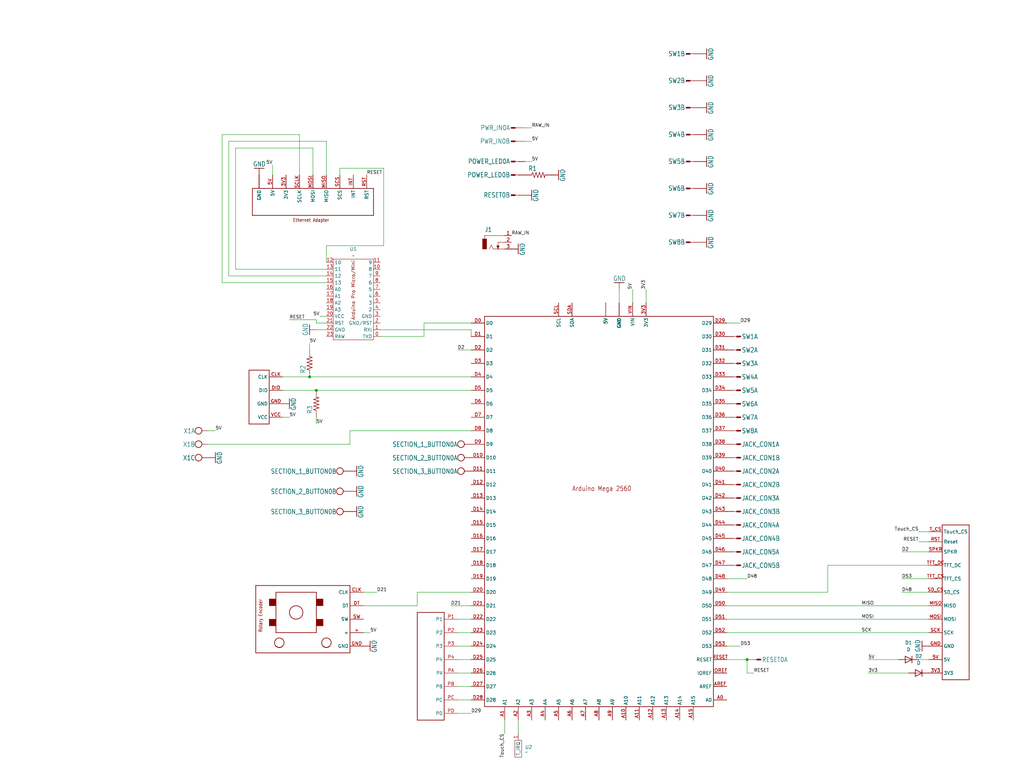
<source format=kicad_sch>
(kicad_sch (version 20231120) (generator "eeschema") (generator_version "8.0")
  (paper "User" 386.486 292.024)
  (lib_symbols
    (symbol "Device:D" (pin_numbers hide) (pin_names (offset 1.016) hide)
      (property "Reference" "D" (at 0 2.54 0))
      (property "Value" "D" (at 0 -2.54 0))
      (symbol "D_0_1"
        (polyline (pts (xy -1.27 1.27) (xy -1.27 -1.27)) (stroke (width 0.254)))
        (polyline (pts (xy 1.27 0) (xy -1.27 0)))
        (polyline (pts (xy 1.27 1.27) (xy 1.27 -1.27) (xy -1.27 0) (xy 1.27 1.27)) (stroke (width 0.254)))
      )
      (symbol "D_1_1"
        (pin passive line (at -3.81 0 0) (length 2.54) (name "K") (number "1"))
        (pin passive line (at 3.81 0 180) (length 2.54) (name "A") (number "2"))
      )
    )
    (symbol "Subsystem Main Extra Symbols:Arduino_pro_Micro/Mini"
      (property "Reference" "U" (at 0 17.018 0))
      (symbol "Arduino_pro_Micro/Mini_0_1"
        (rectangle (start -7.62 15.24) (end 7.62 -15.24))
      )
      (symbol "Arduino_pro_Micro/Mini_1_1"
        (text "Arduino Pro Micro/Mini\n" (at 0 -3.556 900) (effects (font (size 1.27 1.27))))
        (pin bidirectional line (at -10.16 13.97 0) (length 2.54) (name "TXD") (number "0"))
        (pin bidirectional line (at -10.16 11.43 0) (length 2.54) (name "RXI") (number "1"))
        (pin bidirectional line (at -10.16 -11.43 0) (length 2.54) (name "8") (number "10"))
        (pin bidirectional line (at -10.16 -13.97 0) (length 2.54) (name "9") (number "11"))
        (pin bidirectional line (at 10.16 -13.97 180) (length 2.54) (name "10") (number "12"))
        (pin bidirectional line (at 10.16 -11.43 180) (length 2.54) (name "11") (number "13"))
        (pin bidirectional line (at 10.16 -8.89 180) (length 2.54) (name "12") (number "14"))
        (pin bidirectional line (at 10.16 -6.35 180) (length 2.54) (name "13") (number "15"))
        (pin bidirectional line (at 10.16 -3.81 180) (length 2.54) (name "A0") (number "16"))
        (pin bidirectional line (at 10.16 -1.27 180) (length 2.54) (name "A1") (number "17"))
        (pin bidirectional line (at 10.16 1.27 180) (length 2.54) (name "A2") (number "18"))
        (pin bidirectional line (at 10.16 3.81 180) (length 2.54) (name "A3") (number "19"))
        (pin input line (at -10.16 8.89 0) (length 2.54) (name "GND/RST") (number "2"))
        (pin power_out line (at 10.16 6.35 180) (length 2.54) (name "VCC") (number "20"))
        (pin input line (at 10.16 8.89 180) (length 2.54) (name "RST") (number "21"))
        (pin power_in line (at 10.16 11.43 180) (length 2.54) (name "GND") (number "22"))
        (pin power_in line (at 10.16 13.97 180) (length 2.54) (name "RAW") (number "23"))
        (pin power_in line (at -10.16 6.35 0) (length 2.54) (name "GND") (number "3"))
        (pin bidirectional line (at -10.16 3.81 0) (length 2.54) (name "2") (number "4"))
        (pin bidirectional line (at -10.16 1.27 0) (length 2.54) (name "3") (number "5"))
        (pin bidirectional line (at -10.16 -1.27 0) (length 2.54) (name "4") (number "6"))
        (pin bidirectional line (at -10.16 -3.81 0) (length 2.54) (name "5") (number "7"))
        (pin bidirectional line (at -10.16 -6.35 0) (length 2.54) (name "6") (number "8"))
        (pin bidirectional line (at -10.16 -8.89 0) (length 2.54) (name "7") (number "9"))
      )
    )
    (symbol "Subsystem Main Extra Symbols:SPI_HEADER_WITH_RESET"
      (symbol "SPI_HEADER_WITH_RESET_1_0"
        (polyline (pts (xy -30.48 -5.08) (xy 27.94 -5.08)) (stroke (width 0.254)))
        (polyline (pts (xy -30.48 5.08) (xy -30.48 -5.08)) (stroke (width 0.254)))
        (polyline (pts (xy -30.48 5.08) (xy 27.94 5.08)) (stroke (width 0.254)))
        (polyline (pts (xy 27.94 5.08) (xy 27.94 -5.08)) (stroke (width 0.254)))
        (pin power_in line (at -27.94 10.16 270) (length 5.08) (name "3V3") (number "3V3"))
        (pin power_in line (at -22.86 10.16 270) (length 5.08) (name "5V") (number "5V"))
        (pin power_in line (at -17.78 10.16 270) (length 5.08) (name "GND") (number "GND"))
        (pin bidirectional line (at -2.54 10.16 270) (length 5.08) (name "MISO") (number "MISO"))
        (pin bidirectional line (at -7.62 10.16 270) (length 5.08) (name "MOSI") (number "MOSI"))
        (pin bidirectional line (at 21.59 10.16 270) (length 5.08) (name "Reset") (number "RST"))
        (pin bidirectional line (at -12.7 10.16 270) (length 5.08) (name "SCK") (number "SCK"))
        (pin bidirectional line (at 2.54 10.16 270) (length 5.08) (name "SD_CS") (number "SD_CS"))
        (pin bidirectional line (at 17.78 10.16 270) (length 5.08) (name "SPKR") (number "SPKR"))
        (pin bidirectional line (at 7.62 10.16 270) (length 5.08) (name "TFT_CS") (number "TFT_CS"))
        (pin bidirectional line (at 12.7 10.16 270) (length 5.08) (name "TFT_DC") (number "TFT_DC"))
        (pin bidirectional line (at 25.4 10.16 270) (length 5.08) (name "Touch_CS") (number "T_CS"))
      )
    )
    (symbol "Subsystem Main Extra Symbols:T_irq"
      (property "Reference" "U" (at 0 2.54 0))
      (symbol "T_irq_0_1"
        (rectangle (start 0 1.27) (end 6.35 -1.27))
      )
      (symbol "T_irq_1_1"
        (pin bidirectional line (at -2.54 0 0) (length 2.54) (name "T_IRQ") (number "1"))
      )
    )
    (symbol "main-eagle-import:7_SEG_DISPLAY"
      (symbol "7_SEG_DISPLAY_1_0"
        (polyline (pts (xy -10.16 -5.08) (xy -10.16 2.54)) (stroke (width 0.254)))
        (polyline (pts (xy -10.16 2.54) (xy 10.16 2.54)) (stroke (width 0.254)))
        (polyline (pts (xy 10.16 -5.08) (xy -10.16 -5.08)) (stroke (width 0.254)))
        (polyline (pts (xy 10.16 2.54) (xy 10.16 -5.08)) (stroke (width 0.254)))
        (pin bidirectional line (at -7.62 7.62 270) (length 5.08) (name "CLK") (number "CLK"))
        (pin bidirectional line (at -2.54 7.62 270) (length 5.08) (name "DIO") (number "DIO"))
        (pin bidirectional line (at 2.54 7.62 270) (length 5.08) (name "GND") (number "GND"))
        (pin bidirectional line (at 7.62 7.62 270) (length 5.08) (name "VCC") (number "VCC"))
      )
    )
    (symbol "main-eagle-import:ARDUINO_MEGAMIRROR"
      (symbol "ARDUINO_MEGAMIRROR_1_0"
        (polyline (pts (xy -43.18 -76.2) (xy 43.18 -76.2)) (stroke (width 0.254)))
        (polyline (pts (xy -43.18 71.12) (xy -43.18 -76.2)) (stroke (width 0.254)))
        (polyline (pts (xy 43.18 -76.2) (xy 43.18 71.12)) (stroke (width 0.254)))
        (polyline (pts (xy 43.18 71.12) (xy -43.18 71.12)) (stroke (width 0.254)))
        (text "Arduino Mega 2560" (at -10.16 5.08 0) (effects (font (size 1.778 1.5113)) (justify left bottom)))
        (pin power_in line (at 17.78 76.2 270) (length 5.08) (name "3V3") (number "3V3"))
        (pin power_in line (at 2.54 76.2 270) (length 5.08) (name "5V") (number "5V@1"))
        (pin power_in line (at 2.54 76.2 270) (length 5.08) (name "5V") (number "5V@2"))
        (pin power_in line (at 2.54 76.2 270) (length 5.08) (name "5V") (number "5V@3"))
        (pin bidirectional line (at 48.26 -73.66 180) (length 5.08) (name "A0") (number "A0"))
        (pin bidirectional line (at -35.56 -81.28 90) (length 5.08) (name "A1") (number "A1"))
        (pin bidirectional line (at 10.16 -81.28 90) (length 5.08) (name "A10") (number "A10"))
        (pin bidirectional line (at 15.24 -81.28 90) (length 5.08) (name "A11") (number "A11"))
        (pin bidirectional line (at 20.32 -81.28 90) (length 5.08) (name "A12") (number "A12"))
        (pin bidirectional line (at 25.4 -81.28 90) (length 5.08) (name "A13") (number "A13"))
        (pin bidirectional line (at 30.48 -81.28 90) (length 5.08) (name "A14") (number "A14"))
        (pin bidirectional line (at 35.56 -81.28 90) (length 5.08) (name "A15") (number "A15"))
        (pin bidirectional line (at -30.48 -81.28 90) (length 5.08) (name "A2") (number "A2"))
        (pin bidirectional line (at -25.4 -81.28 90) (length 5.08) (name "A3") (number "A3"))
        (pin bidirectional line (at -20.32 -81.28 90) (length 5.08) (name "A4") (number "A4"))
        (pin bidirectional line (at -15.24 -81.28 90) (length 5.08) (name "A5") (number "A5"))
        (pin bidirectional line (at -10.16 -81.28 90) (length 5.08) (name "A6") (number "A6"))
        (pin bidirectional line (at -5.08 -81.28 90) (length 5.08) (name "A7") (number "A7"))
        (pin bidirectional line (at 0 -81.28 90) (length 5.08) (name "A8") (number "A8"))
        (pin bidirectional line (at 5.08 -81.28 90) (length 5.08) (name "A9") (number "A9"))
        (pin bidirectional line (at 48.26 -68.58 180) (length 5.08) (name "AREF") (number "AREF"))
        (pin bidirectional line (at -48.26 68.58 0) (length 5.08) (name "D0") (number "D0"))
        (pin bidirectional line (at -48.26 63.5 0) (length 5.08) (name "D1") (number "D1"))
        (pin bidirectional line (at -48.26 17.78 0) (length 5.08) (name "D10") (number "D10"))
        (pin bidirectional line (at -48.26 12.7 0) (length 5.08) (name "D11") (number "D11"))
        (pin bidirectional line (at -48.26 7.62 0) (length 5.08) (name "D12") (number "D12"))
        (pin bidirectional line (at -48.26 2.54 0) (length 5.08) (name "D13") (number "D13"))
        (pin bidirectional line (at -48.26 -2.54 0) (length 5.08) (name "D14") (number "D14"))
        (pin bidirectional line (at -48.26 -7.62 0) (length 5.08) (name "D15") (number "D15"))
        (pin bidirectional line (at -48.26 -12.7 0) (length 5.08) (name "D16") (number "D16"))
        (pin bidirectional line (at -48.26 -17.78 0) (length 5.08) (name "D17") (number "D17"))
        (pin bidirectional line (at -48.26 -22.86 0) (length 5.08) (name "D18") (number "D18"))
        (pin bidirectional line (at -48.26 -27.94 0) (length 5.08) (name "D19") (number "D19"))
        (pin bidirectional line (at -48.26 58.42 0) (length 5.08) (name "D2") (number "D2"))
        (pin bidirectional line (at -48.26 -33.02 0) (length 5.08) (name "D20") (number "D20"))
        (pin bidirectional line (at -48.26 -38.1 0) (length 5.08) (name "D21") (number "D21"))
        (pin bidirectional line (at -48.26 -43.18 0) (length 5.08) (name "D22") (number "D22"))
        (pin bidirectional line (at -48.26 -48.26 0) (length 5.08) (name "D23") (number "D23"))
        (pin bidirectional line (at -48.26 -53.34 0) (length 5.08) (name "D24") (number "D24"))
        (pin bidirectional line (at -48.26 -58.42 0) (length 5.08) (name "D25") (number "D25"))
        (pin bidirectional line (at -48.26 -63.5 0) (length 5.08) (name "D26") (number "D26"))
        (pin bidirectional line (at -48.26 -68.58 0) (length 5.08) (name "D27") (number "D27"))
        (pin bidirectional line (at -48.26 -73.66 0) (length 5.08) (name "D28") (number "D28"))
        (pin bidirectional line (at 48.26 68.58 180) (length 5.08) (name "D29") (number "D29"))
        (pin bidirectional line (at -48.26 53.34 0) (length 5.08) (name "D3") (number "D3"))
        (pin bidirectional line (at 48.26 63.5 180) (length 5.08) (name "D30") (number "D30"))
        (pin bidirectional line (at 48.26 58.42 180) (length 5.08) (name "D31") (number "D31"))
        (pin bidirectional line (at 48.26 53.34 180) (length 5.08) (name "D32") (number "D32"))
        (pin bidirectional line (at 48.26 48.26 180) (length 5.08) (name "D33") (number "D33"))
        (pin bidirectional line (at 48.26 43.18 180) (length 5.08) (name "D34") (number "D34"))
        (pin bidirectional line (at 48.26 38.1 180) (length 5.08) (name "D35") (number "D35"))
        (pin bidirectional line (at 48.26 33.02 180) (length 5.08) (name "D36") (number "D36"))
        (pin bidirectional line (at 48.26 27.94 180) (length 5.08) (name "D37") (number "D37"))
        (pin bidirectional line (at 48.26 22.86 180) (length 5.08) (name "D38") (number "D38"))
        (pin bidirectional line (at 48.26 17.78 180) (length 5.08) (name "D39") (number "D39"))
        (pin bidirectional line (at -48.26 48.26 0) (length 5.08) (name "D4") (number "D4"))
        (pin bidirectional line (at 48.26 12.7 180) (length 5.08) (name "D40") (number "D40"))
        (pin bidirectional line (at 48.26 7.62 180) (length 5.08) (name "D41") (number "D41"))
        (pin bidirectional line (at 48.26 2.54 180) (length 5.08) (name "D42") (number "D42"))
        (pin bidirectional line (at 48.26 -2.54 180) (length 5.08) (name "D43") (number "D43"))
        (pin bidirectional line (at 48.26 -7.62 180) (length 5.08) (name "D44") (number "D44"))
        (pin bidirectional line (at 48.26 -12.7 180) (length 5.08) (name "D45") (number "D45"))
        (pin bidirectional line (at 48.26 -17.78 180) (length 5.08) (name "D46") (number "D46"))
        (pin bidirectional line (at 48.26 -22.86 180) (length 5.08) (name "D47") (number "D47"))
        (pin bidirectional line (at 48.26 -27.94 180) (length 5.08) (name "D48") (number "D48"))
        (pin bidirectional line (at 48.26 -33.02 180) (length 5.08) (name "D49") (number "D49"))
        (pin bidirectional line (at -48.26 43.18 0) (length 5.08) (name "D5") (number "D5"))
        (pin bidirectional line (at 48.26 -38.1 180) (length 5.08) (name "D50") (number "D50"))
        (pin bidirectional line (at 48.26 -43.18 180) (length 5.08) (name "D51") (number "D51"))
        (pin bidirectional line (at 48.26 -48.26 180) (length 5.08) (name "D52") (number "D52"))
        (pin bidirectional line (at 48.26 -53.34 180) (length 5.08) (name "D53") (number "D53"))
        (pin bidirectional line (at -48.26 38.1 0) (length 5.08) (name "D6") (number "D6"))
        (pin bidirectional line (at -48.26 33.02 0) (length 5.08) (name "D7") (number "D7"))
        (pin bidirectional line (at -48.26 27.94 0) (length 5.08) (name "D8") (number "D8"))
        (pin bidirectional line (at -48.26 22.86 0) (length 5.08) (name "D9") (number "D9"))
        (pin power_in line (at 7.62 76.2 270) (length 5.08) (name "GND") (number "GND@1"))
        (pin power_in line (at 7.62 76.2 270) (length 5.08) (name "GND") (number "GND@2"))
        (pin power_in line (at 7.62 76.2 270) (length 5.08) (name "GND") (number "GND@3"))
        (pin power_in line (at 7.62 76.2 270) (length 5.08) (name "GND") (number "GND@4"))
        (pin power_in line (at 7.62 76.2 270) (length 5.08) (name "GND") (number "GND@5"))
        (pin bidirectional line (at 48.26 -63.5 180) (length 5.08) (name "IOREF") (number "IOREF"))
        (pin bidirectional line (at 48.26 -58.42 180) (length 5.08) (name "RESET") (number "RESET"))
        (pin bidirectional line (at -15.24 76.2 270) (length 5.08) (name "SCL") (number "SCL"))
        (pin bidirectional line (at -10.16 76.2 270) (length 5.08) (name "SDA") (number "SDA"))
        (pin power_in line (at 12.7 76.2 270) (length 5.08) (name "VIN") (number "VIN"))
      )
    )
    (symbol "main-eagle-import:BUTTON_GRID_HEADER"
      (symbol "BUTTON_GRID_HEADER_1_0"
        (polyline (pts (xy -20.32 -5.08) (xy -20.32 5.08)) (stroke (width 0.254)))
        (polyline (pts (xy -20.32 5.08) (xy 20.32 5.08)) (stroke (width 0.254)))
        (polyline (pts (xy 20.32 -5.08) (xy -20.32 -5.08)) (stroke (width 0.254)))
        (polyline (pts (xy 20.32 5.08) (xy 20.32 -5.08)) (stroke (width 0.254)))
        (pin bidirectional line (at -17.78 10.16 270) (length 5.08) (name "P1") (number "P1"))
        (pin bidirectional line (at -12.7 10.16 270) (length 5.08) (name "P2") (number "P2"))
        (pin bidirectional line (at -7.62 10.16 270) (length 5.08) (name "P3") (number "P3"))
        (pin bidirectional line (at -2.54 10.16 270) (length 5.08) (name "P4") (number "P4"))
        (pin bidirectional line (at 2.54 10.16 270) (length 5.08) (name "PA") (number "PA"))
        (pin bidirectional line (at 7.62 10.16 270) (length 5.08) (name "PB") (number "PB"))
        (pin bidirectional line (at 12.7 10.16 270) (length 5.08) (name "PC") (number "PC"))
        (pin bidirectional line (at 17.78 10.16 270) (length 5.08) (name "PD") (number "PD"))
      )
    )
    (symbol "main-eagle-import:DCJ0303"
      (property "Reference" "J" (at -2.54 3.81 0))
      (symbol "DCJ0303_1_0"
        (rectangle (start -3.302 -2.54) (end -1.778 1.27) (fill (type outline)))
        (polyline (pts (xy -2.54 2.54) (xy -2.54 1.27)) (stroke (width 0.1524)))
        (polyline (pts (xy 0 -1.016) (xy -0.762 -2.54)) (stroke (width 0.1524)))
        (polyline (pts (xy 0.762 -2.54) (xy 0 -1.016)) (stroke (width 0.1524)))
        (polyline (pts (xy 2.54 -2.54) (xy 0.762 -2.54)) (stroke (width 0.1524)))
        (polyline (pts (xy 2.54 0) (xy 2.54 -2.54)) (stroke (width 0.1524)))
        (polyline (pts (xy 5.08 -2.54) (xy 2.54 -2.54)) (stroke (width 0.1524)))
        (polyline (pts (xy 5.08 0) (xy 2.54 0)) (stroke (width 0.1524)))
        (polyline (pts (xy 5.08 2.54) (xy -2.54 2.54)) (stroke (width 0.1524)))
        (polyline (pts (xy 2.54 -2.54) (xy 2.032 -1.27) (xy 3.048 -1.27)) (stroke (width 0.1524)) (fill (type outline)))
        (pin passive line (at 7.62 2.54 180) (length 2.54) (name "1") (number "1"))
        (pin passive line (at 7.62 0 180) (length 2.54) (name "2") (number "2"))
        (pin passive line (at 7.62 -2.54 180) (length 2.54) (name "3") (number "3"))
      )
    )
    (symbol "main-eagle-import:ETHERNET_ADAPTER"
      (symbol "ETHERNET_ADAPTER_1_0"
        (polyline (pts (xy -22.86 -5.08) (xy -22.86 5.08)) (stroke (width 0.254)))
        (polyline (pts (xy -22.86 5.08) (xy 22.86 5.08)) (stroke (width 0.254)))
        (polyline (pts (xy 22.86 -5.08) (xy -22.86 -5.08)) (stroke (width 0.254)))
        (polyline (pts (xy 22.86 5.08) (xy 22.86 -5.08)) (stroke (width 0.254)))
        (text "Ethernet Adapter" (at -7.62 -7.62 0) (effects (font (size 1.27 1.0795)) (justify left bottom)))
        (pin bidirectional line (at -10.16 10.16 270) (length 5.08) (name "3V3") (number "3V3"))
        (pin bidirectional line (at -15.24 10.16 270) (length 5.08) (name "5V") (number "5V"))
        (pin bidirectional line (at -20.32 10.16 270) (length 5.08) (name "GND") (number "GND@1"))
        (pin bidirectional line (at -20.32 10.16 270) (length 5.08) (name "GND") (number "GND@2"))
        (pin bidirectional line (at 15.24 10.16 270) (length 5.08) (name "INT") (number "INT"))
        (pin bidirectional line (at 5.08 10.16 270) (length 5.08) (name "MISO") (number "MISO"))
        (pin bidirectional line (at 0 10.16 270) (length 5.08) (name "MOSI") (number "MOSI"))
        (pin bidirectional line (at 20.32 10.16 270) (length 5.08) (name "RST") (number "RST"))
        (pin bidirectional line (at -5.08 10.16 270) (length 5.08) (name "SCLK") (number "SCLK"))
        (pin bidirectional line (at 10.16 10.16 270) (length 5.08) (name "SCS") (number "SCS"))
      )
    )
    (symbol "main-eagle-import:FLIPFLOP-RES"
      (property "Reference" "R" (at -3.81 1.4986 0))
      (symbol "FLIPFLOP-RES_1_0"
        (polyline (pts (xy -2.54 0) (xy -2.159 1.016)) (stroke (width 0.2032)))
        (polyline (pts (xy -2.159 1.016) (xy -1.524 -1.016)) (stroke (width 0.2032)))
        (polyline (pts (xy -1.524 -1.016) (xy -0.889 1.016)) (stroke (width 0.2032)))
        (polyline (pts (xy -0.889 1.016) (xy -0.254 -1.016)) (stroke (width 0.2032)))
        (polyline (pts (xy -0.254 -1.016) (xy 0.381 1.016)) (stroke (width 0.2032)))
        (polyline (pts (xy 0.381 1.016) (xy 1.016 -1.016)) (stroke (width 0.2032)))
        (polyline (pts (xy 1.016 -1.016) (xy 1.651 1.016)) (stroke (width 0.2032)))
        (polyline (pts (xy 1.651 1.016) (xy 2.286 -1.016)) (stroke (width 0.2032)))
        (polyline (pts (xy 2.286 -1.016) (xy 2.54 0)) (stroke (width 0.2032)))
        (pin passive line (at -5.08 0 0) (length 2.54) (name "1") (number "1"))
        (pin passive line (at 5.08 0 180) (length 2.54) (name "2") (number "2"))
      )
    )
    (symbol "main-eagle-import:GND" (power)
      (symbol "GND_1_0"
        (polyline (pts (xy -1.905 0) (xy 1.905 0)) (stroke (width 0.254)))
        (pin power_in line (at 0 2.54 270) (length 2.54) (name "GND") (number "1"))
      )
    )
    (symbol "main-eagle-import:L02P"
      (property "Reference" "SV" (at -0.508 1.016 0))
      (symbol "L02P_1_0"
        (polyline (pts (xy 0 0) (xy 1.27 0)) (stroke (width 0.6096)))
        (polyline (pts (xy 1.27 0) (xy 2.54 0)) (stroke (width 0.1524)))
        (pin passive line (at 5.08 0 180) (length 2.54) (name "S") (number "1"))
      )
      (symbol "L02P_2_0"
        (polyline (pts (xy 0 0) (xy 1.27 0)) (stroke (width 0.6096)))
        (polyline (pts (xy 1.27 0) (xy 2.54 0)) (stroke (width 0.1524)))
        (pin passive line (at 5.08 0 180) (length 2.54) (name "S") (number "2"))
      )
    )
    (symbol "main-eagle-import:ROTARY_ENCODER"
      (symbol "ROTARY_ENCODER_1_0"
        (rectangle (start -7.62 -12.7) (end -5.08 -10.16) (fill (type outline)))
        (rectangle (start -7.62 5.08) (end -5.08 7.62) (fill (type outline)))
        (circle (center -2.54 -2.54) (radius 2.54) (stroke (width 0.254)))
        (rectangle (start 0 -12.7) (end 2.54 -10.16) (fill (type outline)))
        (polyline (pts (xy -12.7 -17.78) (xy 12.7 -17.78)) (stroke (width 0.254)))
        (polyline (pts (xy -12.7 17.78) (xy -12.7 -17.78)) (stroke (width 0.254)))
        (polyline (pts (xy -10.16 -10.16) (xy -10.16 5.08)) (stroke (width 0.254)))
        (polyline (pts (xy -10.16 5.08) (xy 5.08 5.08)) (stroke (width 0.254)))
        (polyline (pts (xy 5.08 -10.16) (xy -10.16 -10.16)) (stroke (width 0.254)))
        (polyline (pts (xy 5.08 5.08) (xy 5.08 -10.16)) (stroke (width 0.254)))
        (polyline (pts (xy 12.7 -17.78) (xy 12.7 17.78)) (stroke (width 0.254)))
        (polyline (pts (xy 12.7 17.78) (xy -12.7 17.78)) (stroke (width 0.254)))
        (rectangle (start 0 5.08) (end 2.54 7.62) (fill (type outline)))
        (arc (start 7.62 -7.62) (mid 7.62 -10.16) (end 10.16 -10.16) (stroke (width 0.254)))
        (arc (start 7.62 10.16) (mid 7.62 7.62) (end 10.16 7.62) (stroke (width 0.254)))
        (arc (start 10.16 -10.16) (mid 10.16 -7.62) (end 7.62 -7.62) (stroke (width 0.254)))
        (arc (start 10.16 -10.16) (mid 10.6861 -8.89) (end 10.16 -7.62) (stroke (width 0.254)))
        (arc (start 10.16 7.62) (mid 10.16 10.16) (end 7.62 10.16) (stroke (width 0.254)))
        (arc (start 10.16 7.62) (mid 10.6861 8.89) (end 10.16 10.16) (stroke (width 0.254)))
        (text "Rotary Encoder" (at -7.62 -15.24 0) (effects (font (size 1.27 1.0795)) (justify left bottom)))
        (pin power_in line (at 5.08 22.86 270) (length 5.08) (name "+") (number "+"))
        (pin bidirectional line (at -10.16 22.86 270) (length 5.08) (name "CLK") (number "CLK"))
        (pin bidirectional line (at -5.08 22.86 270) (length 5.08) (name "DT") (number "DT"))
        (pin power_in line (at 10.16 22.86 270) (length 5.08) (name "GND") (number "GND"))
        (pin bidirectional line (at 0 22.86 270) (length 5.08) (name "SW") (number "SW"))
      )
    )
    (symbol "main-eagle-import:W237-102"
      (property "Reference" "X" (at 0 0.889 0))
      (symbol "W237-102_1_0"
        (circle (center 1.27 0) (radius 1.27) (stroke (width 0.254)))
        (pin passive line (at 5.08 0 180) (length 2.54) (name "KL") (number "1"))
      )
      (symbol "W237-102_2_0"
        (circle (center 1.27 0) (radius 1.27) (stroke (width 0.254)))
        (pin passive line (at 5.08 0 180) (length 2.54) (name "KL") (number "2"))
      )
    )
    (symbol "main-eagle-import:W237-103"
      (property "Reference" "X" (at 0 0.889 0))
      (symbol "W237-103_1_0"
        (circle (center 1.27 0) (radius 1.27) (stroke (width 0.254)))
        (pin passive line (at 5.08 0 180) (length 2.54) (name "KL") (number "1"))
      )
      (symbol "W237-103_2_0"
        (circle (center 1.27 0) (radius 1.27) (stroke (width 0.254)))
        (pin passive line (at 5.08 0 180) (length 2.54) (name "KL") (number "2"))
      )
      (symbol "W237-103_3_0"
        (circle (center 1.27 0) (radius 1.27) (stroke (width 0.254)))
        (pin passive line (at 5.08 0 180) (length 2.54) (name "KL") (number "3"))
      )
    )
  )
  (junction (at 116.84 142.24))
  (junction (at 281.94 248.92))
  (junction (at 119.38 147.32))
  (wire (pts (xy 86.36 53.34) (xy 86.36 104.14)))
  (wire (pts (xy 172.72 269.24) (xy 177.8 269.24)) (stroke (width 0.1524)))
  (wire (pts (xy 160.02 121.92) (xy 177.8 121.92)))
  (wire (pts (xy 119.38 120.65) (xy 119.38 121.92)))
  (wire (pts (xy 238.76 114.3) (xy 238.76 109.22)) (stroke (width 0.1524)))
  (wire (pts (xy 137.16 238.76) (xy 139.7 238.76)) (stroke (width 0.1524)))
  (wire (pts (xy 116.84 142.24) (xy 177.8 142.24)) (stroke (width 0.1524)))
  (wire (pts (xy 350.52 218.44) (xy 340.36 218.44)) (stroke (width 0.1524)))
  (wire (pts (xy 274.32 228.6) (xy 350.52 228.6)) (stroke (width 0.1524)))
  (wire (pts (xy 346.71 200.66) (xy 350.52 200.66)))
  (wire (pts (xy 144.78 63.5) (xy 128.27 63.5)))
  (wire (pts (xy 88.9 101.6) (xy 88.9 55.88)))
  (wire (pts (xy 137.16 223.52) (xy 142.24 223.52)) (stroke (width 0.1524)))
  (wire (pts (xy 346.71 248.92) (xy 350.52 248.92)))
  (wire (pts (xy 177.8 127) (xy 177.8 124.46)))
  (wire (pts (xy 119.38 121.92) (xy 123.19 121.92)))
  (wire (pts (xy 144.78 92.71) (xy 144.78 63.5)))
  (wire (pts (xy 78.74 162.56) (xy 81.28 162.56)) (stroke (width 0.1524)))
  (wire (pts (xy 102.87 62.23) (xy 102.87 66.04)))
  (wire (pts (xy 346.71 204.47) (xy 350.52 204.47)))
  (wire (pts (xy 123.19 99.06) (xy 123.19 92.71)))
  (wire (pts (xy 350.52 208.28) (xy 340.36 208.28)) (stroke (width 0.1524)))
  (wire (pts (xy 86.36 104.14) (xy 123.19 104.14)))
  (wire (pts (xy 274.32 121.92) (xy 279.4 121.92)) (stroke (width 0.1524)))
  (wire (pts (xy 172.72 238.76) (xy 177.8 238.76)) (stroke (width 0.1524)))
  (wire (pts (xy 327.66 248.92) (xy 339.09 248.92)) (stroke (width 0.1524)))
  (wire (pts (xy 128.27 63.5) (xy 128.27 66.04)))
  (wire (pts (xy 198.12 48.26) (xy 200.66 48.26)) (stroke (width 0.1524)))
  (wire (pts (xy 88.9 55.88) (xy 118.11 55.88)))
  (wire (pts (xy 123.19 53.34) (xy 86.36 53.34)))
  (wire (pts (xy 157.48 223.52) (xy 177.8 223.52)) (stroke (width 0.1524)))
  (wire (pts (xy 274.32 223.52) (xy 312.42 223.52)) (stroke (width 0.1524)))
  (wire (pts (xy 119.38 124.46) (xy 123.19 124.46)))
  (wire (pts (xy 281.94 248.92) (xy 274.32 248.92)) (stroke (width 0.1524)))
  (wire (pts (xy 172.72 248.92) (xy 177.8 248.92)) (stroke (width 0.1524)))
  (wire (pts (xy 172.72 254) (xy 177.8 254)) (stroke (width 0.1524)))
  (wire (pts (xy 157.48 228.6) (xy 157.48 223.52)) (stroke (width 0.1524)))
  (wire (pts (xy 106.68 157.48) (xy 109.22 157.48)) (stroke (width 0.1524)))
  (wire (pts (xy 198.12 53.34) (xy 200.66 53.34)) (stroke (width 0.1524)))
  (wire (pts (xy 274.32 218.44) (xy 281.94 218.44)) (stroke (width 0.1524)))
  (wire (pts (xy 350.52 223.52) (xy 340.36 223.52)) (stroke (width 0.1524)))
  (wire (pts (xy 198.12 60.96) (xy 200.66 60.96)) (stroke (width 0.1524)))
  (wire (pts (xy 132.08 162.56) (xy 177.8 162.56)) (stroke (width 0.1524)))
  (wire (pts (xy 312.42 213.36) (xy 350.52 213.36)) (stroke (width 0.1524)))
  (wire (pts (xy 137.16 228.6) (xy 157.48 228.6)) (stroke (width 0.1524)))
  (wire (pts (xy 119.38 157.48) (xy 119.38 160.02)) (stroke (width 0.1524)))
  (wire (pts (xy 172.72 264.16) (xy 177.8 264.16)) (stroke (width 0.1524)))
  (wire (pts (xy 123.19 119.38) (xy 120.65 119.38)) (stroke (width 0.1524)))
  (wire (pts (xy 143.51 127) (xy 160.02 127)))
  (wire (pts (xy 143.51 124.46) (xy 177.8 124.46)))
  (wire (pts (xy 123.19 92.71) (xy 144.78 92.71)))
  (wire (pts (xy 83.82 106.68) (xy 83.82 50.8)))
  (wire (pts (xy 172.72 259.08) (xy 177.8 259.08)) (stroke (width 0.1524)))
  (wire (pts (xy 243.84 114.3) (xy 243.84 109.22)) (stroke (width 0.1524)))
  (wire (pts (xy 106.68 147.32) (xy 119.38 147.32)) (stroke (width 0.1524)))
  (wire (pts (xy 160.02 127) (xy 160.02 121.92)))
  (wire (pts (xy 172.72 233.68) (xy 177.8 233.68)) (stroke (width 0.1524)))
  (wire (pts (xy 190.5 276.86) (xy 190.5 271.78)))
  (wire (pts (xy 274.32 238.76) (xy 350.52 238.76)) (stroke (width 0.1524)))
  (wire (pts (xy 132.08 167.64) (xy 132.08 162.56)) (stroke (width 0.1524)))
  (wire (pts (xy 109.22 120.65) (xy 119.38 120.65)))
  (wire (pts (xy 172.72 243.84) (xy 177.8 243.84)) (stroke (width 0.1524)))
  (wire (pts (xy 274.32 243.84) (xy 279.4 243.84)) (stroke (width 0.1524)))
  (wire (pts (xy 78.74 167.64) (xy 132.08 167.64)) (stroke (width 0.1524)))
  (wire (pts (xy 281.94 248.92) (xy 281.94 254)) (stroke (width 0.1524)))
  (wire (pts (xy 116.84 132.08) (xy 116.84 129.54)) (stroke (width 0.1524)))
  (wire (pts (xy 106.68 142.24) (xy 116.84 142.24)) (stroke (width 0.1524)))
  (wire (pts (xy 123.19 66.04) (xy 123.19 53.34)))
  (wire (pts (xy 123.19 106.68) (xy 83.82 106.68)))
  (wire (pts (xy 119.38 147.32) (xy 177.8 147.32)) (stroke (width 0.1524)))
  (wire (pts (xy 118.11 55.88) (xy 118.11 66.04)))
  (wire (pts (xy 195.58 276.86) (xy 195.58 271.78)))
  (wire (pts (xy 123.19 101.6) (xy 88.9 101.6)))
  (wire (pts (xy 177.8 228.6) (xy 170.18 228.6)) (stroke (width 0.1524)))
  (wire (pts (xy 274.32 233.68) (xy 350.52 233.68)) (stroke (width 0.1524)))
  (wire (pts (xy 113.03 50.8) (xy 113.03 66.04)))
  (wire (pts (xy 281.94 254) (xy 284.48 254)) (stroke (width 0.1524)))
  (wire (pts (xy 177.8 132.08) (xy 172.72 132.08)) (stroke (width 0.1524)))
  (wire (pts (xy 83.82 50.8) (xy 113.03 50.8)))
  (wire (pts (xy 233.68 109.22) (xy 233.68 114.3)) (stroke (width 0.1524)))
  (wire (pts (xy 312.42 223.52) (xy 312.42 213.36)) (stroke (width 0.1524)))
  (wire (pts (xy 342.9 254) (xy 327.66 254)) (stroke (width 0.1524)))
  (label "5V" (at 102.87 62.23 180) (effects (font (size 1.2446 1.2446))))
  (label "D29" (at 279.4 121.92 0) (effects (font (size 1.2446 1.2446))))
  (label "RESET" (at 346.71 204.47 180) (effects (font (size 1.2446 1.2446))))
  (label "5V" (at 139.7 238.76 0) (effects (font (size 1.2446 1.2446))))
  (label "3V3" (at 327.66 254 0) (effects (font (size 1.2446 1.2446))))
  (label "Touch_CS" (at 346.71 200.66 180))
  (label "RAW_IN" (at 200.66 48.26 0) (effects (font (size 1.2446 1.2446))))
  (label "MISO" (at 325.12 228.6 0) (effects (font (size 1.2446 1.2446))))
  (label "5V" (at 120.65 119.38 180) (effects (font (size 1.2446 1.2446))))
  (label "D2" (at 172.72 132.08 0) (effects (font (size 1.2446 1.2446))))
  (label "D48" (at 340.36 223.52 0) (effects (font (size 1.2446 1.2446))))
  (label "D29" (at 177.8 269.24 0) (effects (font (size 1.2446 1.2446))))
  (label "RESET" (at 138.43 66.04 0) (effects (font (size 1.2446 1.2446))))
  (label "Touch_CS" (at 190.5 276.86 270))
  (label "RAW_IN" (at 193.04 88.9 0) (effects (font (size 1.2446 1.2446))))
  (label "5V" (at 109.22 157.48 0) (effects (font (size 1.2446 1.2446))))
  (label "RESET" (at 109.22 120.65 0) (effects (font (size 1.2446 1.2446))))
  (label "D53" (at 279.4 243.84 0) (effects (font (size 1.2446 1.2446))))
  (label "5V" (at 327.66 248.92 0) (effects (font (size 1.2446 1.2446))))
  (label "D21" (at 142.24 223.52 0) (effects (font (size 1.2446 1.2446))))
  (label "D53" (at 340.36 218.44 0) (effects (font (size 1.2446 1.2446))))
  (label "D21" (at 170.18 228.6 0) (effects (font (size 1.2446 1.2446))))
  (label "D48" (at 281.94 218.44 0) (effects (font (size 1.2446 1.2446))))
  (label "3V3" (at 243.84 109.22 90) (effects (font (size 1.2446 1.2446))))
  (label "5V" (at 200.66 60.96 0) (effects (font (size 1.2446 1.2446))))
  (label "5V" (at 119.38 160.02 0) (effects (font (size 1.2446 1.2446))))
  (label "D2" (at 340.36 208.28 0) (effects (font (size 1.2446 1.2446))))
  (label "5V" (at 116.84 129.54 0) (effects (font (size 1.2446 1.2446))))
  (label "5V" (at 238.76 109.22 90) (effects (font (size 1.2446 1.2446))))
  (label "RESET" (at 284.48 254 0) (effects (font (size 1.2446 1.2446))))
  (label "SCK" (at 325.12 238.76 0) (effects (font (size 1.2446 1.2446))))
  (label "5V" (at 81.28 162.56 0) (effects (font (size 1.2446 1.2446))))
  (label "MOSI" (at 325.12 233.68 0) (effects (font (size 1.2446 1.2446))))
  (label "5V" (at 200.66 53.34 0) (effects (font (size 1.2446 1.2446))))
  (symbol (lib_id "main-eagle-import:L02P") (at 279.4 137.16 180) (unit 1)
    (property "Reference" "SW3" (at 279.908 138.176 0) (effects (font (size 1.778 1.5113)) (justify right top)))
    (property "Value" "L02P" (effects (hide yes)))
    (property "Footprint" "Connector_JST:JST_EH_B2B-EH-A_1x02_P2.50mm_Vertical" (effects (hide yes)))
  )
  (symbol (lib_id "main-eagle-import:L02P") (at 279.4 208.28 180) (unit 1)
    (property "Reference" "JACK_CON5" (at 279.908 209.296 0) (effects (font (size 1.778 1.5113)) (justify right top)))
    (property "Value" "L02P" (effects (hide yes)))
    (property "Footprint" "Connector_JST:JST_EH_B2B-EH-A_1x02_P2.50mm_Vertical" (effects (hide yes)))
  )
  (symbol (lib_id "main-eagle-import:GND") (at 266.7 20.32 90) (unit 1)
    (property "Reference" "#GND012" (effects (hide yes)))
    (property "Value" "GND" (at 269.24 22.86 0) (effects (font (size 1.778 1.5113)) (justify left bottom)))
  )
  (symbol (lib_id "main-eagle-import:L02P") (at 193.04 53.34 0) (unit 2)
    (property "Reference" "PWR_IN0" (at 192.532 52.324 0) (effects (font (size 1.778 1.5113)) (justify right top)))
    (property "Value" "L02P" (effects (hide yes)))
    (property "Footprint" "Connector_JST:JST_EH_B2B-EH-A_1x02_P2.50mm_Vertical" (effects (hide yes)))
  )
  (symbol (lib_id "main-eagle-import:DCJ0303") (at 185.42 91.44 0) (unit 1)
    (property "Reference" "J1" (at 182.88 87.63 0) (effects (font (size 1.778 1.5113)) (justify left bottom)))
    (property "Value" "DCJ0303" (effects (hide yes)))
    (property "Footprint" "Connector_BarrelJack:BarrelJack_Horizontal" (effects (hide yes)))
  )
  (symbol (lib_id "main-eagle-import:L02P") (at 193.04 66.04 0) (unit 2)
    (property "Reference" "POWER_LED0" (at 192.532 65.024 0) (effects (font (size 1.778 1.5113)) (justify right top)))
    (property "Value" "L02P" (effects (hide yes)))
    (property "Footprint" "Connector_JST:JST_EH_B2B-EH-A_1x02_P2.50mm_Vertical" (effects (hide yes)))
  )
  (symbol (lib_id "main-eagle-import:GND") (at 266.7 91.44 90) (unit 1)
    (property "Reference" "#GND05" (effects (hide yes)))
    (property "Value" "GND" (at 269.24 93.98 0) (effects (font (size 1.778 1.5113)) (justify left bottom)))
  )
  (symbol (lib_id "main-eagle-import:L02P") (at 279.4 132.08 180) (unit 1)
    (property "Reference" "SW2" (at 279.908 133.096 0) (effects (font (size 1.778 1.5113)) (justify right top)))
    (property "Value" "L02P" (effects (hide yes)))
    (property "Footprint" "Connector_JST:JST_EH_B2B-EH-A_1x02_P2.50mm_Vertical" (effects (hide yes)))
  )
  (symbol (lib_id "main-eagle-import:L02P") (at 259.08 40.64 0) (unit 2)
    (property "Reference" "SW3" (at 258.572 39.624 0) (effects (font (size 1.778 1.5113)) (justify right top)))
    (property "Value" "L02P" (effects (hide yes)))
    (property "Footprint" "Connector_JST:JST_EH_B2B-EH-A_1x02_P2.50mm_Vertical" (effects (hide yes)))
  )
  (symbol (lib_id "main-eagle-import:L02P") (at 279.4 198.12 180) (unit 1)
    (property "Reference" "JACK_CON4" (at 279.908 199.136 0) (effects (font (size 1.778 1.5113)) (justify right top)))
    (property "Value" "L02P" (effects (hide yes)))
    (property "Footprint" "Connector_JST:JST_EH_B2B-EH-A_1x02_P2.50mm_Vertical" (effects (hide yes)))
  )
  (symbol (lib_id "main-eagle-import:L02P") (at 279.4 187.96 180) (unit 1)
    (property "Reference" "JACK_CON3" (at 279.908 188.976 0) (effects (font (size 1.778 1.5113)) (justify right top)))
    (property "Value" "L02P" (effects (hide yes)))
    (property "Footprint" "Connector_JST:JST_EH_B2B-EH-A_1x02_P2.50mm_Vertical" (effects (hide yes)))
  )
  (symbol (lib_id "main-eagle-import:GND") (at 200.66 73.66 90) (unit 1)
    (property "Reference" "#GND02" (effects (hide yes)))
    (property "Value" "GND" (at 203.2 76.2 0) (effects (font (size 1.778 1.5113)) (justify left bottom)))
  )
  (symbol (lib_id "main-eagle-import:7_SEG_DISPLAY") (at 99.06 149.86 270) (unit 1)
    (property "Reference" "U$2" (effects (hide yes)))
    (property "Value" "7_SEG_DISPLAY" (effects (hide yes)))
    (property "Footprint" "main:7_SEG_DISPLAY" (effects (hide yes)))
  )
  (symbol (lib_id "main-eagle-import:W237-102") (at 172.72 167.64 0) (unit 1)
    (property "Reference" "SECTION_1_BUTTON0" (at 172.72 166.751 0) (effects (font (size 1.778 1.5113)) (justify right top)))
    (property "Value" "W237-102" (effects (hide yes)))
    (property "Footprint" "Connector_JST:JST_EH_B2B-EH-A_1x02_P2.50mm_Vertical" (effects (hide yes)))
  )
  (symbol (lib_id "Subsystem Main Extra Symbols:T_irq") (at 195.58 279.4 270) (unit 1)
    (property "Reference" "U2" (at 198.12 281.9399 90) (effects (justify left)))
    (property "Value" "~" (at 198.12 283.845 90) (effects (justify left)))
    (property "Footprint" "Subsystem Main Extra Symbols:T_IRQ" (effects (hide yes)))
  )
  (symbol (lib_id "main-eagle-import:L02P") (at 259.08 81.28 0) (unit 2)
    (property "Reference" "SW7" (at 258.572 80.264 0) (effects (font (size 1.778 1.5113)) (justify right top)))
    (property "Value" "L02P" (effects (hide yes)))
    (property "Footprint" "Connector_JST:JST_EH_B2B-EH-A_1x02_P2.50mm_Vertical" (effects (hide yes)))
  )
  (symbol (lib_id "main-eagle-import:W237-102") (at 172.72 172.72 0) (unit 1)
    (property "Reference" "SECTION_2_BUTTON0" (at 172.72 171.831 0) (effects (font (size 1.778 1.5113)) (justify right top)))
    (property "Value" "W237-102" (effects (hide yes)))
    (property "Footprint" "Connector_JST:JST_EH_B2B-EH-A_1x02_P2.50mm_Vertical" (effects (hide yes)))
  )
  (symbol (lib_id "main-eagle-import:ETHERNET_ADAPTER") (at 118.11 76.2 0) (unit 1)
    (property "Reference" "1" (effects (hide yes)))
    (property "Footprint" "main:ETHERNET_ADAPTER" (effects (hide yes)))
  )
  (symbol (lib_id "main-eagle-import:L02P") (at 279.4 167.64 180) (unit 1)
    (property "Reference" "JACK_CON1" (at 279.908 168.656 0) (effects (font (size 1.778 1.5113)) (justify right top)))
    (property "Value" "L02P" (effects (hide yes)))
    (property "Footprint" "Connector_JST:JST_EH_B2B-EH-A_1x02_P2.50mm_Vertical" (effects (hide yes)))
  )
  (symbol (lib_id "main-eagle-import:L02P") (at 259.08 50.8 0) (unit 2)
    (property "Reference" "SW4" (at 258.572 49.784 0) (effects (font (size 1.778 1.5113)) (justify right top)))
    (property "Value" "L02P" (effects (hide yes)))
    (property "Footprint" "Connector_JST:JST_EH_B2B-EH-A_1x02_P2.50mm_Vertical" (effects (hide yes)))
  )
  (symbol (lib_id "Subsystem Main Extra Symbols:Arduino_pro_Micro/Mini") (at 133.35 113.03 180) (unit 1)
    (property "Reference" "U1" (at 133.35 93.98 0))
    (property "Value" "~" (at 133.35 96.52 0))
    (property "Footprint" "Subsystem Main Extra Symbols:Arduino Pro Micro (Mini)" (effects (hide yes)))
  )
  (symbol (lib_id "main-eagle-import:GND") (at 116.84 124.46 270) (unit 1)
    (property "Reference" "#GND020" (effects (hide yes)))
    (property "Value" "GND" (at 114.3 121.92 0) (effects (font (size 1.778 1.5113)) (justify left bottom)))
  )
  (symbol (lib_id "main-eagle-import:GND") (at 195.58 93.98 90) (unit 1)
    (property "Reference" "#GND04" (effects (hide yes)))
    (property "Value" "GND" (at 198.12 96.52 0) (effects (font (size 1.778 1.5113)) (justify left bottom)))
  )
  (symbol (lib_id "main-eagle-import:L02P") (at 279.4 203.2 180) (unit 2)
    (property "Reference" "JACK_CON4" (at 279.908 204.216 0) (effects (font (size 1.778 1.5113)) (justify right top)))
    (property "Value" "L02P" (effects (hide yes)))
    (property "Footprint" "Connector_JST:JST_EH_B2B-EH-A_1x02_P2.50mm_Vertical" (effects (hide yes)))
  )
  (symbol (lib_id "main-eagle-import:GND") (at 134.62 177.8 90) (unit 1)
    (property "Reference" "#GND017" (effects (hide yes)))
    (property "Value" "GND" (at 137.16 180.34 0) (effects (font (size 1.778 1.5113)) (justify left bottom)))
  )
  (symbol (lib_id "main-eagle-import:L02P") (at 193.04 73.66 0) (unit 2)
    (property "Reference" "RESET0" (at 192.532 72.644 0) (effects (font (size 1.778 1.5113)) (justify right top)))
    (property "Value" "L02P" (effects (hide yes)))
    (property "Footprint" "Connector_JST:JST_EH_B2B-EH-A_1x02_P2.50mm_Vertical" (effects (hide yes)))
  )
  (symbol (lib_id "main-eagle-import:GND") (at 266.7 30.48 90) (unit 1)
    (property "Reference" "#GND011" (effects (hide yes)))
    (property "Value" "GND" (at 269.24 33.02 0) (effects (font (size 1.778 1.5113)) (justify left bottom)))
  )
  (symbol (lib_id "main-eagle-import:ROTARY_ENCODER") (at 114.3 233.68 270) (unit 1)
    (property "Reference" "U$5" (effects (hide yes)))
    (property "Value" "ROTARY_ENCODER" (effects (hide yes)))
    (property "Footprint" "main:ROTARY_ENCODER" (effects (hide yes)))
  )
  (symbol (lib_id "main-eagle-import:FLIPFLOP-RES") (at 119.38 152.4 90) (unit 1)
    (property "Reference" "R3" (at 117.8814 156.21 0) (effects (font (size 1.778 1.5113)) (justify left bottom)))
    (property "Value" "FLIPFLOP-RES" (effects (hide yes)))
    (property "Footprint" "Resistor_THT:R_Axial_DIN0204_L3.6mm_D1.6mm_P7.62mm_Horizontal" (effects (hide yes)))
  )
  (symbol (lib_id "main-eagle-import:FLIPFLOP-RES") (at 203.2 66.04 0) (unit 1)
    (property "Reference" "R1" (at 199.39 64.5414 0) (effects (font (size 1.778 1.5113)) (justify left bottom)))
    (property "Value" "FLIPFLOP-RES" (effects (hide yes)))
    (property "Footprint" "Resistor_THT:R_Axial_DIN0204_L3.6mm_D1.6mm_P7.62mm_Horizontal" (effects (hide yes)))
  )
  (symbol (lib_id "main-eagle-import:L02P") (at 259.08 91.44 0) (unit 2)
    (property "Reference" "SW8" (at 258.572 90.424 0) (effects (font (size 1.778 1.5113)) (justify right top)))
    (property "Value" "L02P" (effects (hide yes)))
    (property "Footprint" "Connector_JST:JST_EH_B2B-EH-A_1x02_P2.50mm_Vertical" (effects (hide yes)))
  )
  (symbol (lib_id "main-eagle-import:L02P") (at 279.4 147.32 180) (unit 1)
    (property "Reference" "SW5" (at 279.908 148.336 0) (effects (font (size 1.778 1.5113)) (justify right top)))
    (property "Value" "L02P" (effects (hide yes)))
    (property "Footprint" "Connector_JST:JST_EH_B2B-EH-A_1x02_P2.50mm_Vertical" (effects (hide yes)))
  )
  (symbol (lib_id "Subsystem Main Extra Symbols:SPI_HEADER_WITH_RESET") (at 360.68 226.06 90) (unit 1)
    (property "Reference" "C1" (effects (hide yes)))
    (property "Footprint" "Subsystem Main Extra Symbols:SPI_HEADER_RIBBON_CONNECTOR_V2" (effects (hide yes)))
  )
  (symbol (lib_id "main-eagle-import:L02P") (at 279.4 182.88 180) (unit 2)
    (property "Reference" "JACK_CON2" (at 279.908 183.896 0) (effects (font (size 1.778 1.5113)) (justify right top)))
    (property "Value" "L02P" (effects (hide yes)))
    (property "Footprint" "Connector_JST:JST_EH_B2B-EH-A_1x02_P2.50mm_Vertical" (effects (hide yes)))
  )
  (symbol (lib_id "main-eagle-import:W237-103") (at 73.66 162.56 0) (unit 1)
    (property "Reference" "X1" (at 73.66 161.671 0) (effects (font (size 1.778 1.5113)) (justify right top)))
    (property "Value" "W237-103" (effects (hide yes)))
    (property "Footprint" "TerminalBlock:TerminalBlock_bornier-3_P5.08mm" (effects (hide yes)))
  )
  (symbol (lib_id "main-eagle-import:GND") (at 347.98 243.84 270) (unit 1)
    (property "Reference" "#GND014" (effects (hide yes)))
    (property "Value" "GND" (at 345.44 241.3 0) (effects (font (size 1.778 1.5113)) (justify left bottom)))
  )
  (symbol (lib_id "main-eagle-import:L02P") (at 279.4 157.48 180) (unit 1)
    (property "Reference" "SW7" (at 279.908 158.496 0) (effects (font (size 1.778 1.5113)) (justify right top)))
    (property "Value" "L02P" (effects (hide yes)))
    (property "Footprint" "Connector_JST:JST_EH_B2B-EH-A_1x02_P2.50mm_Vertical" (effects (hide yes)))
  )
  (symbol (lib_id "main-eagle-import:L02P") (at 259.08 71.12 0) (unit 2)
    (property "Reference" "SW6" (at 258.572 70.104 0) (effects (font (size 1.778 1.5113)) (justify right top)))
    (property "Value" "L02P" (effects (hide yes)))
    (property "Footprint" "Connector_JST:JST_EH_B2B-EH-A_1x02_P2.50mm_Vertical" (effects (hide yes)))
  )
  (symbol (lib_id "main-eagle-import:GND") (at 233.68 106.68 180) (unit 1)
    (property "Reference" "#GND01" (effects (hide yes)))
    (property "Value" "GND" (at 236.22 104.14 0) (effects (font (size 1.778 1.5113)) (justify left bottom)))
  )
  (symbol (lib_id "main-eagle-import:W237-102") (at 127 177.8 0) (unit 2)
    (property "Reference" "SECTION_1_BUTTON0" (at 127 176.911 0) (effects (font (size 1.778 1.5113)) (justify right top)))
    (property "Value" "W237-102" (effects (hide yes)))
    (property "Footprint" "Connector_JST:JST_EH_B2B-EH-A_1x02_P2.50mm_Vertical" (effects (hide yes)))
  )
  (symbol (lib_id "Device:D") (at 346.71 254 180) (unit 1)
    (property "Reference" "D2" (at 346.71 247.65 0))
    (property "Value" "D" (at 346.71 250.19 0))
    (property "Footprint" "Diode_THT:D_DO-15_P10.16mm_Horizontal" (effects (hide yes)))
    (property "Description" "Diode" (effects (hide yes)))
    (property "Sim.Device" "D" (effects (hide yes)))
    (property "Sim.Pins" "1=K 2=A" (effects (hide yes)))
  )
  (symbol (lib_id "main-eagle-import:L02P") (at 279.4 162.56 180) (unit 1)
    (property "Reference" "SW8" (at 279.908 163.576 0) (effects (font (size 1.778 1.5113)) (justify right top)))
    (property "Value" "L02P" (effects (hide yes)))
    (property "Footprint" "Connector_JST:JST_EH_B2B-EH-A_1x02_P2.50mm_Vertical" (effects (hide yes)))
  )
  (symbol (lib_id "main-eagle-import:GND") (at 134.62 185.42 90) (unit 1)
    (property "Reference" "#GND018" (effects (hide yes)))
    (property "Value" "GND" (at 137.16 187.96 0) (effects (font (size 1.778 1.5113)) (justify left bottom)))
  )
  (symbol (lib_id "main-eagle-import:GND") (at 139.7 243.84 90) (unit 1)
    (property "Reference" "#GND015" (effects (hide yes)))
    (property "Value" "GND" (at 142.24 246.38 0) (effects (font (size 1.778 1.5113)) (justify left bottom)))
  )
  (symbol (lib_id "main-eagle-import:L02P") (at 279.4 213.36 180) (unit 2)
    (property "Reference" "JACK_CON5" (at 279.908 214.376 0) (effects (font (size 1.778 1.5113)) (justify right top)))
    (property "Value" "L02P" (effects (hide yes)))
    (property "Footprint" "Connector_JST:JST_EH_B2B-EH-A_1x02_P2.50mm_Vertical" (effects (hide yes)))
  )
  (symbol (lib_id "main-eagle-import:L02P") (at 279.4 152.4 180) (unit 1)
    (property "Reference" "SW6" (at 279.908 153.416 0) (effects (font (size 1.778 1.5113)) (justify right top)))
    (property "Value" "L02P" (effects (hide yes)))
    (property "Footprint" "Connector_JST:JST_EH_B2B-EH-A_1x02_P2.50mm_Vertical" (effects (hide yes)))
  )
  (symbol (lib_id "main-eagle-import:L02P") (at 287.02 248.92 180) (unit 1)
    (property "Reference" "RESET0" (at 287.528 249.936 0) (effects (font (size 1.778 1.5113)) (justify right top)))
    (property "Value" "L02P" (effects (hide yes)))
    (property "Footprint" "Connector_JST:JST_EH_B2B-EH-A_1x02_P2.50mm_Vertical" (effects (hide yes)))
  )
  (symbol (lib_id "main-eagle-import:GND") (at 266.7 71.12 90) (unit 1)
    (property "Reference" "#GND07" (effects (hide yes)))
    (property "Value" "GND" (at 269.24 73.66 0) (effects (font (size 1.778 1.5113)) (justify left bottom)))
  )
  (symbol (lib_id "main-eagle-import:L02P") (at 279.4 177.8 180) (unit 1)
    (property "Reference" "JACK_CON2" (at 279.908 178.816 0) (effects (font (size 1.778 1.5113)) (justify right top)))
    (property "Value" "L02P" (effects (hide yes)))
    (property "Footprint" "Connector_JST:JST_EH_B2B-EH-A_1x02_P2.50mm_Vertical" (effects (hide yes)))
  )
  (symbol (lib_id "main-eagle-import:GND") (at 266.7 81.28 90) (unit 1)
    (property "Reference" "#GND06" (effects (hide yes)))
    (property "Value" "GND" (at 269.24 83.82 0) (effects (font (size 1.778 1.5113)) (justify left bottom)))
  )
  (symbol (lib_id "main-eagle-import:W237-102") (at 127 193.04 0) (unit 2)
    (property "Reference" "SECTION_3_BUTTON0" (at 127 192.151 0) (effects (font (size 1.778 1.5113)) (justify right top)))
    (property "Value" "W237-102" (effects (hide yes)))
    (property "Footprint" "Connector_JST:JST_EH_B2B-EH-A_1x02_P2.50mm_Vertical" (effects (hide yes)))
  )
  (symbol (lib_id "main-eagle-import:L02P") (at 279.4 193.04 180) (unit 2)
    (property "Reference" "JACK_CON3" (at 279.908 194.056 0) (effects (font (size 1.778 1.5113)) (justify right top)))
    (property "Value" "L02P" (effects (hide yes)))
    (property "Footprint" "Connector_JST:JST_EH_B2B-EH-A_1x02_P2.50mm_Vertical" (effects (hide yes)))
  )
  (symbol (lib_id "main-eagle-import:GND") (at 81.28 172.72 90) (unit 1)
    (property "Reference" "#GND016" (effects (hide yes)))
    (property "Value" "GND" (at 83.82 175.26 0) (effects (font (size 1.778 1.5113)) (justify left bottom)))
  )
  (symbol (lib_id "main-eagle-import:GND") (at 266.7 40.64 90) (unit 1)
    (property "Reference" "#GND010" (effects (hide yes)))
    (property "Value" "GND" (at 269.24 43.18 0) (effects (font (size 1.778 1.5113)) (justify left bottom)))
  )
  (symbol (lib_id "main-eagle-import:W237-103") (at 73.66 172.72 0) (unit 3)
    (property "Reference" "X1" (at 73.66 171.831 0) (effects (font (size 1.778 1.5113)) (justify right top)))
    (property "Value" "W237-103" (effects (hide yes)))
    (property "Footprint" "TerminalBlock:TerminalBlock_bornier-3_P5.08mm" (effects (hide yes)))
  )
  (symbol (lib_id "main-eagle-import:L02P") (at 193.04 48.26 0) (unit 1)
    (property "Reference" "PWR_IN0" (at 192.532 47.244 0) (effects (font (size 1.778 1.5113)) (justify right top)))
    (property "Value" "L02P" (effects (hide yes)))
    (property "Footprint" "Connector_JST:JST_EH_B2B-EH-A_1x02_P2.50mm_Vertical" (effects (hide yes)))
  )
  (symbol (lib_id "main-eagle-import:L02P") (at 259.08 20.32 0) (unit 2)
    (property "Reference" "SW1" (at 258.572 19.304 0) (effects (font (size 1.778 1.5113)) (justify right top)))
    (property "Value" "L02P" (effects (hide yes)))
    (property "Footprint" "Connector_JST:JST_EH_B2B-EH-A_1x02_P2.50mm_Vertical" (effects (hide yes)))
  )
  (symbol (lib_id "main-eagle-import:FLIPFLOP-RES") (at 116.84 137.16 90) (unit 1)
    (property "Reference" "R2" (at 115.3414 140.97 0) (effects (font (size 1.778 1.5113)) (justify left bottom)))
    (property "Value" "FLIPFLOP-RES" (effects (hide yes)))
    (property "Footprint" "Resistor_THT:R_Axial_DIN0204_L3.6mm_D1.6mm_P7.62mm_Horizontal" (effects (hide yes)))
  )
  (symbol (lib_id "main-eagle-import:GND") (at 97.79 63.5 180) (unit 1)
    (property "Reference" "#GND021" (effects (hide yes)))
    (property "Value" "GND" (at 100.33 60.96 0) (effects (font (size 1.778 1.5113)) (justify left bottom)))
  )
  (symbol (lib_id "main-eagle-import:GND") (at 109.22 152.4 90) (unit 1)
    (property "Reference" "#GND013" (effects (hide yes)))
    (property "Value" "GND" (at 111.76 154.94 0) (effects (font (size 1.778 1.5113)) (justify left bottom)))
  )
  (symbol (lib_id "main-eagle-import:L02P") (at 259.08 30.48 0) (unit 2)
    (property "Reference" "SW2" (at 258.572 29.464 0) (effects (font (size 1.778 1.5113)) (justify right top)))
    (property "Value" "L02P" (effects (hide yes)))
    (property "Footprint" "Connector_JST:JST_EH_B2B-EH-A_1x02_P2.50mm_Vertical" (effects (hide yes)))
  )
  (symbol (lib_id "main-eagle-import:GND") (at 266.7 50.8 90) (unit 1)
    (property "Reference" "#GND09" (effects (hide yes)))
    (property "Value" "GND" (at 269.24 53.34 0) (effects (font (size 1.778 1.5113)) (justify left bottom)))
  )
  (symbol (lib_id "main-eagle-import:L02P") (at 279.4 172.72 180) (unit 2)
    (property "Reference" "JACK_CON1" (at 279.908 173.736 0) (effects (font (size 1.778 1.5113)) (justify right top)))
    (property "Value" "L02P" (effects (hide yes)))
    (property "Footprint" "Connector_JST:JST_EH_B2B-EH-A_1x02_P2.50mm_Vertical" (effects (hide yes)))
  )
  (symbol (lib_id "main-eagle-import:L02P") (at 279.4 142.24 180) (unit 1)
    (property "Reference" "SW4" (at 279.908 143.256 0) (effects (font (size 1.778 1.5113)) (justify right top)))
    (property "Value" "L02P" (effects (hide yes)))
    (property "Footprint" "Connector_JST:JST_EH_B2B-EH-A_1x02_P2.50mm_Vertical" (effects (hide yes)))
  )
  (symbol (lib_id "Device:D") (at 342.9 248.92 180) (unit 1)
    (property "Reference" "D1" (at 342.9 242.57 0))
    (property "Value" "D" (at 342.9 245.11 0))
    (property "Footprint" "Diode_THT:D_DO-15_P10.16mm_Horizontal" (effects (hide yes)))
    (property "Description" "Diode" (effects (hide yes)))
    (property "Sim.Device" "D" (effects (hide yes)))
    (property "Sim.Pins" "1=K 2=A" (effects (hide yes)))
  )
  (symbol (lib_id "main-eagle-import:L02P") (at 259.08 60.96 0) (unit 2)
    (property "Reference" "SW5" (at 258.572 59.944 0) (effects (font (size 1.778 1.5113)) (justify right top)))
    (property "Value" "L02P" (effects (hide yes)))
    (property "Footprint" "Connector_JST:JST_EH_B2B-EH-A_1x02_P2.50mm_Vertical" (effects (hide yes)))
  )
  (symbol (lib_id "main-eagle-import:L02P") (at 279.4 127 180) (unit 1)
    (property "Reference" "SW1" (at 279.908 128.016 0) (effects (font (size 1.778 1.5113)) (justify right top)))
    (property "Value" "L02P" (effects (hide yes)))
    (property "Footprint" "Connector_JST:JST_EH_B2B-EH-A_1x02_P2.50mm_Vertical" (effects (hide yes)))
  )
  (symbol (lib_id "main-eagle-import:L02P") (at 193.04 60.96 0) (unit 1)
    (property "Reference" "POWER_LED0" (at 192.532 59.944 0) (effects (font (size 1.778 1.5113)) (justify right top)))
    (property "Value" "L02P" (effects (hide yes)))
    (property "Footprint" "Connector_JST:JST_EH_B2B-EH-A_1x02_P2.50mm_Vertical" (effects (hide yes)))
  )
  (symbol (lib_id "main-eagle-import:W237-102") (at 127 185.42 0) (unit 2)
    (property "Reference" "SECTION_2_BUTTON0" (at 127 184.531 0) (effects (font (size 1.778 1.5113)) (justify right top)))
    (property "Value" "W237-102" (effects (hide yes)))
    (property "Footprint" "Connector_JST:JST_EH_B2B-EH-A_1x02_P2.50mm_Vertical" (effects (hide yes)))
  )
  (symbol (lib_id "main-eagle-import:W237-103") (at 73.66 167.64 0) (unit 2)
    (property "Reference" "X1" (at 73.66 166.751 0) (effects (font (size 1.778 1.5113)) (justify right top)))
    (property "Value" "W237-103" (effects (hide yes)))
    (property "Footprint" "TerminalBlock:TerminalBlock_bornier-3_P5.08mm" (effects (hide yes)))
  )
  (symbol (lib_id "main-eagle-import:W237-102") (at 172.72 177.8 0) (unit 1)
    (property "Reference" "SECTION_3_BUTTON0" (at 172.72 176.911 0) (effects (font (size 1.778 1.5113)) (justify right top)))
    (property "Value" "W237-102" (effects (hide yes)))
    (property "Footprint" "Connector_JST:JST_EH_B2B-EH-A_1x02_P2.50mm_Vertical" (effects (hide yes)))
  )
  (symbol (lib_id "main-eagle-import:GND") (at 210.82 66.04 90) (unit 1)
    (property "Reference" "#GND03" (effects (hide yes)))
    (property "Value" "GND" (at 213.36 68.58 0) (effects (font (size 1.778 1.5113)) (justify left bottom)))
  )
  (symbol (lib_id "main-eagle-import:GND") (at 134.62 193.04 90) (unit 1)
    (property "Reference" "#GND019" (effects (hide yes)))
    (property "Value" "GND" (at 137.16 195.58 0) (effects (font (size 1.778 1.5113)) (justify left bottom)))
  )
  (symbol (lib_id "main-eagle-import:ARDUINO_MEGAMIRROR") (at 226.06 190.5 0) (unit 1)
    (property "Reference" "U$1" (effects (hide yes)))
    (property "Value" "ARDUINO_MEGAMIRROR" (effects (hide yes)))
    (property "Footprint" "main:ARDUINO_MEGA_MIRROR" (effects (hide yes)))
  )
  (symbol (lib_id "main-eagle-import:BUTTON_GRID_HEADER") (at 162.56 251.46 270) (unit 1)
    (property "Reference" "U$4" (effects (hide yes)))
    (property "Value" "BUTTON_GRID_HEADER" (effects (hide yes)))
    (property "Footprint" "main:BUTTON_GRID_HEADER_RIBBON_CONNECTOR" (effects (hide yes)))
  )
  (symbol (lib_id "main-eagle-import:GND") (at 266.7 60.96 90) (unit 1)
    (property "Reference" "#GND08" (effects (hide yes)))
    (property "Value" "GND" (at 269.24 63.5 0) (effects (font (size 1.778 1.5113)) (justify left bottom)))
  )
)
</source>
